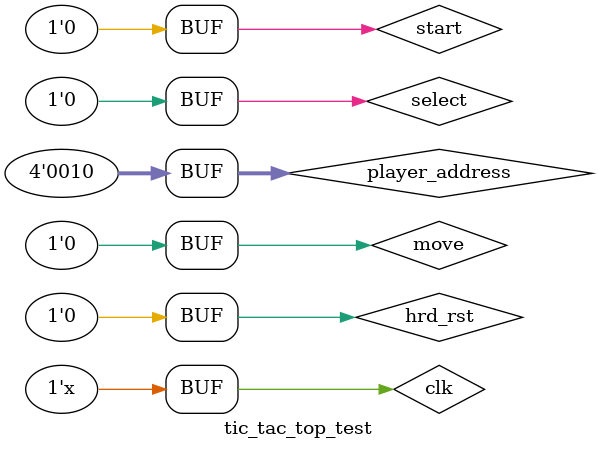
<source format=sv>
module tic_tac_top_test();

	
	logic clk, hrd_rst, start, move, select;
	
	logic rst, w_e;
	logic[3:0] pos;
	logic[1:0] cur_player, player;
	logic [1:0] state;
	
				   
	// game state
	logic win, full;
	logic[3:0] player_address;
	
	
	game_controller Game(clk, hrd_rst, start, move, select, win, full, state, rst, w_e, pos, cur_player);
	game_state_memory Mem(clk, rst, w_e, player_address, pos, pos, cur_player, player, state, win, full);
		
	initial begin
		
		clk = 0; hrd_rst = 0; start  = 0; move = 0; select = 0;
		player_address = 2'b10;
		#10 hrd_rst = 1;
		#10 hrd_rst = 0;
		#10 start = 1;
		#10 start = 0;
		#10 select = 1;
		#10 select = 0;
		
	end
	
	
	always #5 clk = !clk;
	
endmodule 
</source>
